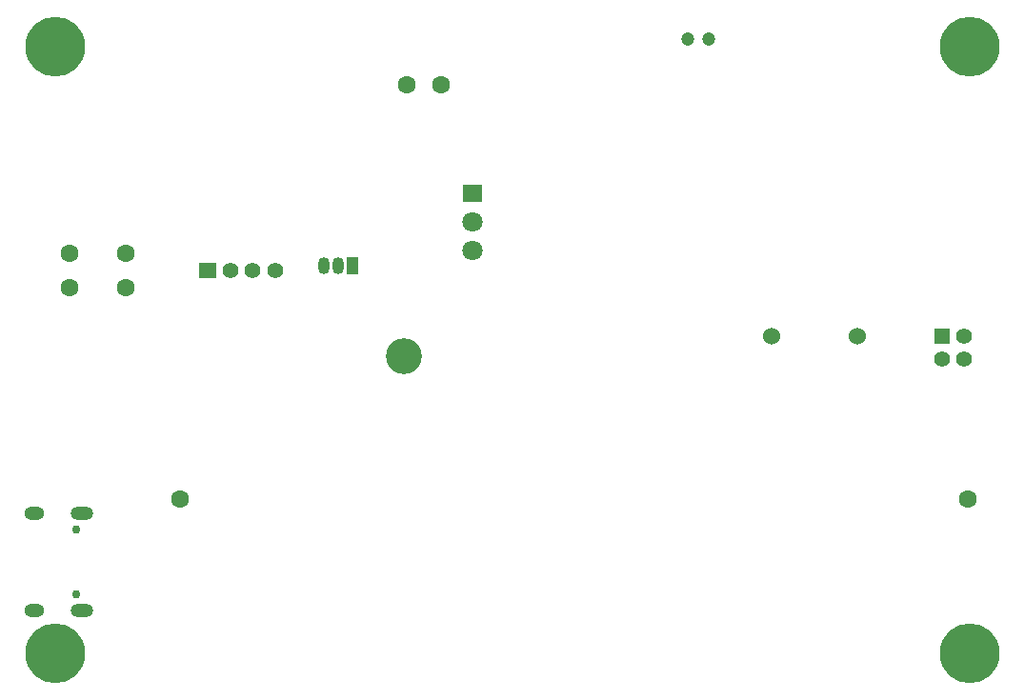
<source format=gbr>
%TF.GenerationSoftware,KiCad,Pcbnew,7.0.7*%
%TF.CreationDate,2023-10-01T15:31:46+02:00*%
%TF.ProjectId,LEDs,4c454473-2e6b-4696-9361-645f70636258,rev?*%
%TF.SameCoordinates,Original*%
%TF.FileFunction,Soldermask,Bot*%
%TF.FilePolarity,Negative*%
%FSLAX46Y46*%
G04 Gerber Fmt 4.6, Leading zero omitted, Abs format (unit mm)*
G04 Created by KiCad (PCBNEW 7.0.7) date 2023-10-01 15:31:46*
%MOMM*%
%LPD*%
G01*
G04 APERTURE LIST*
%ADD10C,1.600000*%
%ADD11R,1.524003X1.400000*%
%ADD12C,1.400000*%
%ADD13R,1.050000X1.500000*%
%ADD14O,1.050000X1.500000*%
%ADD15C,3.200000*%
%ADD16C,5.300000*%
%ADD17C,1.200000*%
%ADD18C,0.750013*%
%ADD19O,2.000000X1.200000*%
%ADD20O,1.800000X1.200000*%
%ADD21R,1.400000X1.400000*%
%ADD22C,1.524003*%
%ADD23R,1.800000X1.574803*%
%ADD24C,1.800000*%
G04 APERTURE END LIST*
D10*
%TO.C,V1*%
X73307492Y-115824000D03*
X143307492Y-115824000D03*
%TD*%
D11*
%TO.C,J2*%
X75788000Y-95504000D03*
D12*
X77788000Y-95504000D03*
X79788000Y-95504000D03*
X81788000Y-95504000D03*
%TD*%
D13*
%TO.C,U7*%
X88646000Y-95093200D03*
D14*
X87376000Y-95093200D03*
X86106000Y-95093200D03*
%TD*%
D15*
%TO.C,H5*%
X93218000Y-103124000D03*
%TD*%
D16*
%TO.C,H3*%
X143510000Y-75565000D03*
%TD*%
%TO.C,H4*%
X143510000Y-129540000D03*
%TD*%
D10*
%TO.C,SW3*%
X68540000Y-97004000D03*
X63540000Y-97004000D03*
X68540000Y-94004000D03*
X63540000Y-94004000D03*
%TD*%
D17*
%TO.C,MK1*%
X120329962Y-74946000D03*
X118430038Y-74946000D03*
%TD*%
D10*
%TO.C,R19*%
X96496000Y-78994000D03*
X93496000Y-78994000D03*
%TD*%
D18*
%TO.C,J1*%
X64070664Y-118512076D03*
X64070664Y-124311924D03*
D19*
X64570791Y-117086879D03*
X64570791Y-125737121D03*
D20*
X60390883Y-125737121D03*
X60390883Y-117086879D03*
%TD*%
D16*
%TO.C,H1*%
X62230000Y-75565000D03*
%TD*%
D21*
%TO.C,SW1*%
X141030000Y-101330000D03*
D12*
X143030000Y-101330000D03*
X141030000Y-103330000D03*
X143030000Y-103330000D03*
%TD*%
D22*
%TO.C,SW2*%
X133522008Y-101346000D03*
X125901992Y-101346000D03*
%TD*%
D16*
%TO.C,H2*%
X62230000Y-129540000D03*
%TD*%
D23*
%TO.C,J3*%
X99314000Y-88645995D03*
D24*
X99314000Y-91186000D03*
X99314000Y-93726005D03*
%TD*%
M02*

</source>
